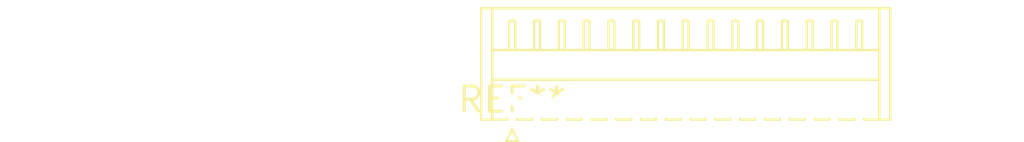
<source format=kicad_pcb>
(kicad_pcb (version 20240108) (generator pcbnew)
  (layers (0 "F.Cu" signal) (31 "B.Cu" signal) (34 "B.Paste" user) (35 "F.Paste" user) (36 "B.SilkS" user "B.Silkscreen") (37 "F.SilkS" user "F.Silkscreen") (38 "B.Mask" user) (39 "F.Mask" user) (44 "Edge.Cuts" user))
  (net 0 "")
  (footprint "Hirose_DF13-15P-1.25DS_1x15_P1.25mm_Horizontal" (layer "F.Cu") (at 0 0)
    (property "Reference" "REF**")
    (property "Value" "Hirose_DF13-15P-1.25DS_1x15_P1.25mm_Horizontal")
    (fp_line (start -1.56 -4.61) (end 19.06 -4.61) (layer "F.SilkS") (stroke (width 0.12)))
    (fp_line (start -1.56 1.01) (end -1.56 -4.61) (layer "F.SilkS") (stroke (width 0.12)))
    (fp_line (start -1.01 -4.61) (end -1.01 1.01) (layer "F.SilkS") (stroke (width 0.12)))
    (fp_line (start -1.01 -2.5) (end 18.51 -2.5) (layer "F.SilkS") (stroke (width 0.12)))
    (fp_line (start -1.01 -1) (end 18.51 -1) (layer "F.SilkS") (stroke (width 0.12)))
    (fp_line (start -0.3 2.1) (end 0.3 2.1) (layer "F.SilkS") (stroke (width 0.12)))
    (fp_line (start -0.25 0.96) (end -0.25 1.01) (layer "F.SilkS") (stroke (width 0.12)))
    (fp_line (start -0.25 1.01) (end -1.56 1.01) (layer "F.SilkS") (stroke (width 0.12)))
    (fp_line (start -0.15 -3.9625) (end 0 -4) (layer "F.SilkS") (stroke (width 0.12)))
    (fp_line (start -0.15 -2.5) (end -0.15 -3.9625) (layer "F.SilkS") (stroke (width 0.12)))
    (fp_line (start 0 -4) (end 0.15 -3.9625) (layer "F.SilkS") (stroke (width 0.12)))
    (fp_line (start 0 1.5) (end -0.3 2.1) (layer "F.SilkS") (stroke (width 0.12)))
    (fp_line (start 0.15 -3.9625) (end 0.15 -2.5) (layer "F.SilkS") (stroke (width 0.12)))
    (fp_line (start 0.25 0.96) (end 0.25 1.01) (layer "F.SilkS") (stroke (width 0.12)))
    (fp_line (start 0.25 1.01) (end 1 1.01) (layer "F.SilkS") (stroke (width 0.12)))
    (fp_line (start 0.3 2.1) (end 0 1.5) (layer "F.SilkS") (stroke (width 0.12)))
    (fp_line (start 1 1.01) (end 1 0.96) (layer "F.SilkS") (stroke (width 0.12)))
    (fp_line (start 1.1 -3.9625) (end 1.25 -4) (layer "F.SilkS") (stroke (width 0.12)))
    (fp_line (start 1.1 -2.5) (end 1.1 -3.9625) (layer "F.SilkS") (stroke (width 0.12)))
    (fp_line (start 1.25 -4) (end 1.4 -3.9625) (layer "F.SilkS") (stroke (width 0.12)))
    (fp_line (start 1.4 -3.9625) (end 1.4 -2.5) (layer "F.SilkS") (stroke (width 0.12)))
    (fp_line (start 1.5 0.96) (end 1.5 1.01) (layer "F.SilkS") (stroke (width 0.12)))
    (fp_line (start 1.5 1.01) (end 2.25 1.01) (layer "F.SilkS") (stroke (width 0.12)))
    (fp_line (start 2.25 1.01) (end 2.25 0.96) (layer "F.SilkS") (stroke (width 0.12)))
    (fp_line (start 2.35 -3.9625) (end 2.5 -4) (layer "F.SilkS") (stroke (width 0.12)))
    (fp_line (start 2.35 -2.5) (end 2.35 -3.9625) (layer "F.SilkS") (stroke (width 0.12)))
    (fp_line (start 2.5 -4) (end 2.65 -3.9625) (layer "F.SilkS") (stroke (width 0.12)))
    (fp_line (start 2.65 -3.9625) (end 2.65 -2.5) (layer "F.SilkS") (stroke (width 0.12)))
    (fp_line (start 2.75 0.96) (end 2.75 1.01) (layer "F.SilkS") (stroke (width 0.12)))
    (fp_line (start 2.75 1.01) (end 3.5 1.01) (layer "F.SilkS") (stroke (width 0.12)))
    (fp_line (start 3.5 1.01) (end 3.5 0.96) (layer "F.SilkS") (stroke (width 0.12)))
    (fp_line (start 3.6 -3.9625) (end 3.75 -4) (layer "F.SilkS") (stroke (width 0.12)))
    (fp_line (start 3.6 -2.5) (end 3.6 -3.9625) (layer "F.SilkS") (stroke (width 0.12)))
    (fp_line (start 3.75 -4) (end 3.9 -3.9625) (layer "F.SilkS") (stroke (width 0.12)))
    (fp_line (start 3.9 -3.9625) (end 3.9 -2.5) (layer "F.SilkS") (stroke (width 0.12)))
    (fp_line (start 4 0.96) (end 4 1.01) (layer "F.SilkS") (stroke (width 0.12)))
    (fp_line (start 4 1.01) (end 4.75 1.01) (layer "F.SilkS") (stroke (width 0.12)))
    (fp_line (start 4.75 1.01) (end 4.75 0.96) (layer "F.SilkS") (stroke (width 0.12)))
    (fp_line (start 4.85 -3.9625) (end 5 -4) (layer "F.SilkS") (stroke (width 0.12)))
    (fp_line (start 4.85 -2.5) (end 4.85 -3.9625) (layer "F.SilkS") (stroke (width 0.12)))
    (fp_line (start 5 -4) (end 5.15 -3.9625) (layer "F.SilkS") (stroke (width 0.12)))
    (fp_line (start 5.15 -3.9625) (end 5.15 -2.5) (layer "F.SilkS") (stroke (width 0.12)))
    (fp_line (start 5.25 0.96) (end 5.25 1.01) (layer "F.SilkS") (stroke (width 0.12)))
    (fp_line (start 5.25 1.01) (end 6 1.01) (layer "F.SilkS") (stroke (width 0.12)))
    (fp_line (start 6 1.01) (end 6 0.96) (layer "F.SilkS") (stroke (width 0.12)))
    (fp_line (start 6.1 -3.9625) (end 6.25 -4) (layer "F.SilkS") (stroke (width 0.12)))
    (fp_line (start 6.1 -2.5) (end 6.1 -3.9625) (layer "F.SilkS") (stroke (width 0.12)))
    (fp_line (start 6.25 -4) (end 6.4 -3.9625) (layer "F.SilkS") (stroke (width 0.12)))
    (fp_line (start 6.4 -3.9625) (end 6.4 -2.5) (layer "F.SilkS") (stroke (width 0.12)))
    (fp_line (start 6.5 0.96) (end 6.5 1.01) (layer "F.SilkS") (stroke (width 0.12)))
    (fp_line (start 6.5 1.01) (end 7.25 1.01) (layer "F.SilkS") (stroke (width 0.12)))
    (fp_line (start 7.25 1.01) (end 7.25 0.96) (layer "F.SilkS") (stroke (width 0.12)))
    (fp_line (start 7.35 -3.9625) (end 7.5 -4) (layer "F.SilkS") (stroke (width 0.12)))
    (fp_line (start 7.35 -2.5) (end 7.35 -3.9625) (layer "F.SilkS") (stroke (width 0.12)))
    (fp_line (start 7.5 -4) (end 7.65 -3.9625) (layer "F.SilkS") (stroke (width 0.12)))
    (fp_line (start 7.65 -3.9625) (end 7.65 -2.5) (layer "F.SilkS") (stroke (width 0.12)))
    (fp_line (start 7.75 0.96) (end 7.75 1.01) (layer "F.SilkS") (stroke (width 0.12)))
    (fp_line (start 7.75 1.01) (end 8.5 1.01) (layer "F.SilkS") (stroke (width 0.12)))
    (fp_line (start 8.5 1.01) (end 8.5 0.96) (layer "F.SilkS") (stroke (width 0.12)))
    (fp_line (start 8.6 -3.9625) (end 8.75 -4) (layer "F.SilkS") (stroke (width 0.12)))
    (fp_line (start 8.6 -2.5) (end 8.6 -3.9625) (layer "F.SilkS") (stroke (width 0.12)))
    (fp_line (start 8.75 -4) (end 8.9 -3.9625) (layer "F.SilkS") (stroke (width 0.12)))
    (fp_line (start 8.9 -3.9625) (end 8.9 -2.5) (layer "F.SilkS") (stroke (width 0.12)))
    (fp_line (start 9 0.96) (end 9 1.01) (layer "F.SilkS") (stroke (width 0.12)))
    (fp_line (start 9 1.01) (end 9.75 1.01) (layer "F.SilkS") (stroke (width 0.12)))
    (fp_line (start 9.75 1.01) (end 9.75 0.96) (layer "F.SilkS") (stroke (width 0.12)))
    (fp_line (start 9.85 -3.9625) (end 10 -4) (layer "F.SilkS") (stroke (width 0.12)))
    (fp_line (start 9.85 -2.5) (end 9.85 -3.9625) (layer "F.SilkS") (stroke (width 0.12)))
    (fp_line (start 10 -4) (end 10.15 -3.9625) (layer "F.SilkS") (stroke (width 0.12)))
    (fp_line (start 10.15 -3.9625) (end 10.15 -2.5) (layer "F.SilkS") (stroke (width 0.12)))
    (fp_line (start 10.25 0.96) (end 10.25 1.01) (layer "F.SilkS") (stroke (width 0.12)))
    (fp_line (start 10.25 1.01) (end 11 1.01) (layer "F.SilkS") (stroke (width 0.12)))
    (fp_line (start 11 1.01) (end 11 0.96) (layer "F.SilkS") (stroke (width 0.12)))
    (fp_line (start 11.1 -3.9625) (end 11.25 -4) (layer "F.SilkS") (stroke (width 0.12)))
    (fp_line (start 11.1 -2.5) (end 11.1 -3.9625) (layer "F.SilkS") (stroke (width 0.12)))
    (fp_line (start 11.25 -4) (end 11.4 -3.9625) (layer "F.SilkS") (stroke (width 0.12)))
    (fp_line (start 11.4 -3.9625) (end 11.4 -2.5) (layer "F.SilkS") (stroke (width 0.12)))
    (fp_line (start 11.5 0.96) (end 11.5 1.01) (layer "F.SilkS") (stroke (width 0.12)))
    (fp_line (start 11.5 1.01) (end 12.25 1.01) (layer "F.SilkS") (stroke (width 0.12)))
    (fp_line (start 12.25 1.01) (end 12.25 0.96) (layer "F.SilkS") (stroke (width 0.12)))
    (fp_line (start 12.35 -3.9625) (end 12.5 -4) (layer "F.SilkS") (stroke (width 0.12)))
    (fp_line (start 12.35 -2.5) (end 12.35 -3.9625) (layer "F.SilkS") (stroke (width 0.12)))
    (fp_line (start 12.5 -4) (end 12.65 -3.9625) (layer "F.SilkS") (stroke (width 0.12)))
    (fp_line (start 12.65 -3.9625) (end 12.65 -2.5) (layer "F.SilkS") (stroke (width 0.12)))
    (fp_line (start 12.75 0.96) (end 12.75 1.01) (layer "F.SilkS") (stroke (width 0.12)))
    (fp_line (start 12.75 1.01) (end 13.5 1.01) (layer "F.SilkS") (stroke (width 0.12)))
    (fp_line (start 13.5 1.01) (end 13.5 0.96) (layer "F.SilkS") (stroke (width 0.12)))
    (fp_line (start 13.6 -3.9625) (end 13.75 -4) (layer "F.SilkS") (stroke (width 0.12)))
    (fp_line (start 13.6 -2.5) (end 13.6 -3.9625) (layer "F.SilkS") (stroke (width 0.12)))
    (fp_line (start 13.75 -4) (end 13.9 -3.9625) (layer "F.SilkS") (stroke (width 0.12)))
    (fp_line (start 13.9 -3.9625) (end 13.9 -2.5) (layer "F.SilkS") (stroke (width 0.12)))
    (fp_line (start 14 0.96) (end 14 1.01) (layer "F.SilkS") (stroke (width 0.12)))
    (fp_line (start 14 1.01) (end 14.75 1.01) (layer "F.SilkS") (stroke (width 0.12)))
    (fp_line (start 14.75 1.01) (end 14.75 0.96) (layer "F.SilkS") (stroke (width 0.12)))
    (fp_line (start 14.85 -3.9625) (end 15 -4) (layer "F.SilkS") (stroke (width 0.12)))
    (fp_line (start 14.85 -2.5) (end 14.85 -3.9625) (layer "F.SilkS") (stroke (width 0.12)))
    (fp_line (start 15 -4) (end 15.15 -3.9625) (layer "F.SilkS") (stroke (width 0.12)))
    (fp_line (start 15.15 -3.9625) (end 15.15 -2.5) (layer "F.SilkS") (stroke (width 0.12)))
    (fp_line (start 15.25 0.96) (end 15.25 1.01) (layer "F.SilkS") (stroke (width 0.12)))
    (fp_line (start 15.25 1.01) (end 16 1.01) (layer "F.SilkS") (stroke (width 0.12)))
    (fp_line (start 16 1.01) (end 16 0.96) (layer "F.SilkS") (stroke (width 0.12)))
    (fp_line (start 16.1 -3.9625) (end 16.25 -4) (layer "F.SilkS") (stroke (width 0.12)))
    (fp_line (start 16.1 -2.5) (end 16.1 -3.9625) (layer "F.SilkS") (stroke (width 0.12)))
    (fp_line (start 16.25 -4) (end 16.4 -3.9625) (layer "F.SilkS") (stroke (width 0.12)))
    (fp_line (start 16.4 -3.9625) (end 16.4 -2.5) (layer "F.SilkS") (stroke (width 0.12)))
    (fp_line (start 16.5 0.96) (end 16.5 1.01) (layer "F.SilkS") (stroke (width 0.12)))
    (fp_line (start 16.5 1.01) (end 17.25 1.01) (layer "F.SilkS") (stroke (width 0.12)))
    (fp_line (start 17.25 1.01) (end 17.25 0.96) (layer "F.SilkS") (stroke (width 0.12)))
    (fp_line (start 17.35 -3.9625) (end 17.5 -4) (layer "F.SilkS") (stroke (width 0.12)))
    (fp_line (start 17.35 -2.5) (end 17.35 -3.9625) (layer "F.SilkS") (stroke (width 0.12)))
    (fp_line (start 17.5 -4) (end 17.65 -3.9625) (layer "F.SilkS") (stroke (width 0.12)))
    (fp_line (start 17.65 -3.9625) (end 17.65 -2.5) (layer "F.SilkS") (stroke (width 0.12)))
    (fp_line (start 17.75 1.01) (end 17.75 0.96) (layer "F.SilkS") (stroke (width 0.12)))
    (fp_line (start 18.51 -4.61) (end 18.51 1.01) (layer "F.SilkS") (stroke (width 0.12)))
    (fp_line (start 19.06 -4.61) (end 19.06 1.01) (layer "F.SilkS") (stroke (width 0.12)))
    (fp_line (start 19.06 1.01) (end 17.75 1.01) (layer "F.SilkS") (stroke (width 0.12)))
    (pad "1" thru_hole roundrect (at 0 0) (size 0.9 1.4) (drill 0.6) (layers *.Cu *.Mask) (remove_unused_layers))
    (pad "2" thru_hole oval (at 1.25 0) (size 0.9 1.4) (drill 0.6) (layers *.Cu *.Mask) (remove_unused_layers))
    (pad "3" thru_hole oval (at 2.5 0) (size 0.9 1.4) (drill 0.6) (layers *.Cu *.Mask) (remove_unused_layers))
    (pad "4" thru_hole oval (at 3.75 0) (size 0.9 1.4) (drill 0.6) (layers *.Cu *.Mask) (remove_unused_layers))
    (pad "5" thru_hole oval (at 5 0) (size 0.9 1.4) (drill 0.6) (layers *.Cu *.Mask) (remove_unused_layers))
    (pad "6" thru_hole oval (at 6.25 0) (size 0.9 1.4) (drill 0.6) (layers *.Cu *.Mask) (remove_unused_layers))
    (pad "7" thru_hole oval (at 7.5 0) (size 0.9 1.4) (drill 0.6) (layers *.Cu *.Mask) (remove_unused_layers))
    (pad "8" thru_hole oval (at 8.75 0) (size 0.9 1.4) (drill 0.6) (layers *.Cu *.Mask) (remove_unused_layers))
    (pad "9" thru_hole oval (at 10 0) (size 0.9 1.4) (drill 0.6) (layers *.Cu *.Mask) (remove_unused_layers))
    (pad "10" thru_hole oval (at 11.25 0) (size 0.9 1.4) (drill 0.6) (layers *.Cu *.Mask) (remove_unused_layers))
    (pad "11" thru_hole oval (at 12.5 0) (size 0.9 1.4) (drill 0.6) (layers *.Cu *.Mask) (remove_unused_layers))
    (pad "12" thru_hole oval (at 13.75 0) (size 0.9 1.4) (drill 0.6) (layers *.Cu *.Mask) (remove_unused_layers))
    (pad "13" thru_hole oval (at 15 0) (size 0.9 1.4) (drill 0.6) (layers *.Cu *.Mask) (remove_unused_layers))
    (pad "14" thru_hole oval (at 16.25 0) (size 0.9 1.4) (drill 0.6) (layers *.Cu *.Mask) (remove_unused_layers))
    (pad "15" thru_hole oval (at 17.5 0) (size 0.9 1.4) (drill 0.6) (layers *.Cu *.Mask) (remove_unused_layers))
  )
)
</source>
